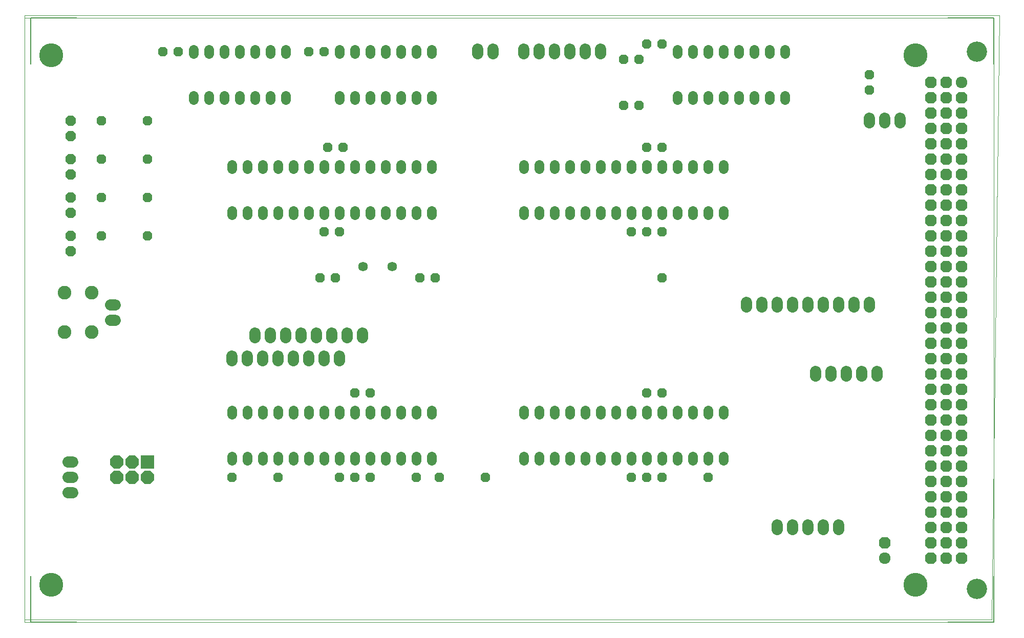
<source format=gts>
G75*
%MOIN*%
%OFA0B0*%
%FSLAX25Y25*%
%IPPOS*%
%LPD*%
%AMOC8*
5,1,8,0,0,1.08239X$1,22.5*
%
%ADD10C,0.00000*%
%ADD11C,0.00600*%
%ADD12C,0.07560*%
%ADD13OC8,0.07560*%
%ADD14C,0.13200*%
%ADD15C,0.15600*%
%ADD16C,0.06240*%
%ADD17OC8,0.06240*%
%ADD18C,0.07200*%
%ADD19C,0.06240*%
%ADD20R,0.08880X0.08880*%
%ADD21OC8,0.08880*%
%ADD22OC8,0.06652*%
%ADD23C,0.08880*%
D10*
X0048333Y0074200D02*
X0048333Y0468000D01*
X0679333Y0468000D01*
X0679333Y0074200D01*
X0048333Y0074200D01*
X0048333Y0076100D02*
X0048333Y0469801D01*
X0683255Y0469801D01*
X0678255Y0076100D01*
X0048333Y0076100D01*
X0059333Y0098600D02*
X0059335Y0098761D01*
X0059341Y0098921D01*
X0059351Y0099082D01*
X0059365Y0099242D01*
X0059383Y0099402D01*
X0059404Y0099561D01*
X0059430Y0099720D01*
X0059460Y0099878D01*
X0059493Y0100035D01*
X0059531Y0100192D01*
X0059572Y0100347D01*
X0059617Y0100501D01*
X0059666Y0100654D01*
X0059719Y0100806D01*
X0059775Y0100957D01*
X0059836Y0101106D01*
X0059899Y0101254D01*
X0059967Y0101400D01*
X0060038Y0101544D01*
X0060112Y0101686D01*
X0060190Y0101827D01*
X0060272Y0101965D01*
X0060357Y0102102D01*
X0060445Y0102236D01*
X0060537Y0102368D01*
X0060632Y0102498D01*
X0060730Y0102626D01*
X0060831Y0102751D01*
X0060935Y0102873D01*
X0061042Y0102993D01*
X0061152Y0103110D01*
X0061265Y0103225D01*
X0061381Y0103336D01*
X0061500Y0103445D01*
X0061621Y0103550D01*
X0061745Y0103653D01*
X0061871Y0103753D01*
X0061999Y0103849D01*
X0062130Y0103942D01*
X0062264Y0104032D01*
X0062399Y0104119D01*
X0062537Y0104202D01*
X0062676Y0104282D01*
X0062818Y0104358D01*
X0062961Y0104431D01*
X0063106Y0104500D01*
X0063253Y0104566D01*
X0063401Y0104628D01*
X0063551Y0104686D01*
X0063702Y0104741D01*
X0063855Y0104792D01*
X0064009Y0104839D01*
X0064164Y0104882D01*
X0064320Y0104921D01*
X0064476Y0104957D01*
X0064634Y0104988D01*
X0064792Y0105016D01*
X0064951Y0105040D01*
X0065111Y0105060D01*
X0065271Y0105076D01*
X0065431Y0105088D01*
X0065592Y0105096D01*
X0065753Y0105100D01*
X0065913Y0105100D01*
X0066074Y0105096D01*
X0066235Y0105088D01*
X0066395Y0105076D01*
X0066555Y0105060D01*
X0066715Y0105040D01*
X0066874Y0105016D01*
X0067032Y0104988D01*
X0067190Y0104957D01*
X0067346Y0104921D01*
X0067502Y0104882D01*
X0067657Y0104839D01*
X0067811Y0104792D01*
X0067964Y0104741D01*
X0068115Y0104686D01*
X0068265Y0104628D01*
X0068413Y0104566D01*
X0068560Y0104500D01*
X0068705Y0104431D01*
X0068848Y0104358D01*
X0068990Y0104282D01*
X0069129Y0104202D01*
X0069267Y0104119D01*
X0069402Y0104032D01*
X0069536Y0103942D01*
X0069667Y0103849D01*
X0069795Y0103753D01*
X0069921Y0103653D01*
X0070045Y0103550D01*
X0070166Y0103445D01*
X0070285Y0103336D01*
X0070401Y0103225D01*
X0070514Y0103110D01*
X0070624Y0102993D01*
X0070731Y0102873D01*
X0070835Y0102751D01*
X0070936Y0102626D01*
X0071034Y0102498D01*
X0071129Y0102368D01*
X0071221Y0102236D01*
X0071309Y0102102D01*
X0071394Y0101965D01*
X0071476Y0101827D01*
X0071554Y0101686D01*
X0071628Y0101544D01*
X0071699Y0101400D01*
X0071767Y0101254D01*
X0071830Y0101106D01*
X0071891Y0100957D01*
X0071947Y0100806D01*
X0072000Y0100654D01*
X0072049Y0100501D01*
X0072094Y0100347D01*
X0072135Y0100192D01*
X0072173Y0100035D01*
X0072206Y0099878D01*
X0072236Y0099720D01*
X0072262Y0099561D01*
X0072283Y0099402D01*
X0072301Y0099242D01*
X0072315Y0099082D01*
X0072325Y0098921D01*
X0072331Y0098761D01*
X0072333Y0098600D01*
X0072331Y0098439D01*
X0072325Y0098279D01*
X0072315Y0098118D01*
X0072301Y0097958D01*
X0072283Y0097798D01*
X0072262Y0097639D01*
X0072236Y0097480D01*
X0072206Y0097322D01*
X0072173Y0097165D01*
X0072135Y0097008D01*
X0072094Y0096853D01*
X0072049Y0096699D01*
X0072000Y0096546D01*
X0071947Y0096394D01*
X0071891Y0096243D01*
X0071830Y0096094D01*
X0071767Y0095946D01*
X0071699Y0095800D01*
X0071628Y0095656D01*
X0071554Y0095514D01*
X0071476Y0095373D01*
X0071394Y0095235D01*
X0071309Y0095098D01*
X0071221Y0094964D01*
X0071129Y0094832D01*
X0071034Y0094702D01*
X0070936Y0094574D01*
X0070835Y0094449D01*
X0070731Y0094327D01*
X0070624Y0094207D01*
X0070514Y0094090D01*
X0070401Y0093975D01*
X0070285Y0093864D01*
X0070166Y0093755D01*
X0070045Y0093650D01*
X0069921Y0093547D01*
X0069795Y0093447D01*
X0069667Y0093351D01*
X0069536Y0093258D01*
X0069402Y0093168D01*
X0069267Y0093081D01*
X0069129Y0092998D01*
X0068990Y0092918D01*
X0068848Y0092842D01*
X0068705Y0092769D01*
X0068560Y0092700D01*
X0068413Y0092634D01*
X0068265Y0092572D01*
X0068115Y0092514D01*
X0067964Y0092459D01*
X0067811Y0092408D01*
X0067657Y0092361D01*
X0067502Y0092318D01*
X0067346Y0092279D01*
X0067190Y0092243D01*
X0067032Y0092212D01*
X0066874Y0092184D01*
X0066715Y0092160D01*
X0066555Y0092140D01*
X0066395Y0092124D01*
X0066235Y0092112D01*
X0066074Y0092104D01*
X0065913Y0092100D01*
X0065753Y0092100D01*
X0065592Y0092104D01*
X0065431Y0092112D01*
X0065271Y0092124D01*
X0065111Y0092140D01*
X0064951Y0092160D01*
X0064792Y0092184D01*
X0064634Y0092212D01*
X0064476Y0092243D01*
X0064320Y0092279D01*
X0064164Y0092318D01*
X0064009Y0092361D01*
X0063855Y0092408D01*
X0063702Y0092459D01*
X0063551Y0092514D01*
X0063401Y0092572D01*
X0063253Y0092634D01*
X0063106Y0092700D01*
X0062961Y0092769D01*
X0062818Y0092842D01*
X0062676Y0092918D01*
X0062537Y0092998D01*
X0062399Y0093081D01*
X0062264Y0093168D01*
X0062130Y0093258D01*
X0061999Y0093351D01*
X0061871Y0093447D01*
X0061745Y0093547D01*
X0061621Y0093650D01*
X0061500Y0093755D01*
X0061381Y0093864D01*
X0061265Y0093975D01*
X0061152Y0094090D01*
X0061042Y0094207D01*
X0060935Y0094327D01*
X0060831Y0094449D01*
X0060730Y0094574D01*
X0060632Y0094702D01*
X0060537Y0094832D01*
X0060445Y0094964D01*
X0060357Y0095098D01*
X0060272Y0095235D01*
X0060190Y0095373D01*
X0060112Y0095514D01*
X0060038Y0095656D01*
X0059967Y0095800D01*
X0059899Y0095946D01*
X0059836Y0096094D01*
X0059775Y0096243D01*
X0059719Y0096394D01*
X0059666Y0096546D01*
X0059617Y0096699D01*
X0059572Y0096853D01*
X0059531Y0097008D01*
X0059493Y0097165D01*
X0059460Y0097322D01*
X0059430Y0097480D01*
X0059404Y0097639D01*
X0059383Y0097798D01*
X0059365Y0097958D01*
X0059351Y0098118D01*
X0059341Y0098279D01*
X0059335Y0098439D01*
X0059333Y0098600D01*
X0059333Y0443600D02*
X0059335Y0443761D01*
X0059341Y0443921D01*
X0059351Y0444082D01*
X0059365Y0444242D01*
X0059383Y0444402D01*
X0059404Y0444561D01*
X0059430Y0444720D01*
X0059460Y0444878D01*
X0059493Y0445035D01*
X0059531Y0445192D01*
X0059572Y0445347D01*
X0059617Y0445501D01*
X0059666Y0445654D01*
X0059719Y0445806D01*
X0059775Y0445957D01*
X0059836Y0446106D01*
X0059899Y0446254D01*
X0059967Y0446400D01*
X0060038Y0446544D01*
X0060112Y0446686D01*
X0060190Y0446827D01*
X0060272Y0446965D01*
X0060357Y0447102D01*
X0060445Y0447236D01*
X0060537Y0447368D01*
X0060632Y0447498D01*
X0060730Y0447626D01*
X0060831Y0447751D01*
X0060935Y0447873D01*
X0061042Y0447993D01*
X0061152Y0448110D01*
X0061265Y0448225D01*
X0061381Y0448336D01*
X0061500Y0448445D01*
X0061621Y0448550D01*
X0061745Y0448653D01*
X0061871Y0448753D01*
X0061999Y0448849D01*
X0062130Y0448942D01*
X0062264Y0449032D01*
X0062399Y0449119D01*
X0062537Y0449202D01*
X0062676Y0449282D01*
X0062818Y0449358D01*
X0062961Y0449431D01*
X0063106Y0449500D01*
X0063253Y0449566D01*
X0063401Y0449628D01*
X0063551Y0449686D01*
X0063702Y0449741D01*
X0063855Y0449792D01*
X0064009Y0449839D01*
X0064164Y0449882D01*
X0064320Y0449921D01*
X0064476Y0449957D01*
X0064634Y0449988D01*
X0064792Y0450016D01*
X0064951Y0450040D01*
X0065111Y0450060D01*
X0065271Y0450076D01*
X0065431Y0450088D01*
X0065592Y0450096D01*
X0065753Y0450100D01*
X0065913Y0450100D01*
X0066074Y0450096D01*
X0066235Y0450088D01*
X0066395Y0450076D01*
X0066555Y0450060D01*
X0066715Y0450040D01*
X0066874Y0450016D01*
X0067032Y0449988D01*
X0067190Y0449957D01*
X0067346Y0449921D01*
X0067502Y0449882D01*
X0067657Y0449839D01*
X0067811Y0449792D01*
X0067964Y0449741D01*
X0068115Y0449686D01*
X0068265Y0449628D01*
X0068413Y0449566D01*
X0068560Y0449500D01*
X0068705Y0449431D01*
X0068848Y0449358D01*
X0068990Y0449282D01*
X0069129Y0449202D01*
X0069267Y0449119D01*
X0069402Y0449032D01*
X0069536Y0448942D01*
X0069667Y0448849D01*
X0069795Y0448753D01*
X0069921Y0448653D01*
X0070045Y0448550D01*
X0070166Y0448445D01*
X0070285Y0448336D01*
X0070401Y0448225D01*
X0070514Y0448110D01*
X0070624Y0447993D01*
X0070731Y0447873D01*
X0070835Y0447751D01*
X0070936Y0447626D01*
X0071034Y0447498D01*
X0071129Y0447368D01*
X0071221Y0447236D01*
X0071309Y0447102D01*
X0071394Y0446965D01*
X0071476Y0446827D01*
X0071554Y0446686D01*
X0071628Y0446544D01*
X0071699Y0446400D01*
X0071767Y0446254D01*
X0071830Y0446106D01*
X0071891Y0445957D01*
X0071947Y0445806D01*
X0072000Y0445654D01*
X0072049Y0445501D01*
X0072094Y0445347D01*
X0072135Y0445192D01*
X0072173Y0445035D01*
X0072206Y0444878D01*
X0072236Y0444720D01*
X0072262Y0444561D01*
X0072283Y0444402D01*
X0072301Y0444242D01*
X0072315Y0444082D01*
X0072325Y0443921D01*
X0072331Y0443761D01*
X0072333Y0443600D01*
X0072331Y0443439D01*
X0072325Y0443279D01*
X0072315Y0443118D01*
X0072301Y0442958D01*
X0072283Y0442798D01*
X0072262Y0442639D01*
X0072236Y0442480D01*
X0072206Y0442322D01*
X0072173Y0442165D01*
X0072135Y0442008D01*
X0072094Y0441853D01*
X0072049Y0441699D01*
X0072000Y0441546D01*
X0071947Y0441394D01*
X0071891Y0441243D01*
X0071830Y0441094D01*
X0071767Y0440946D01*
X0071699Y0440800D01*
X0071628Y0440656D01*
X0071554Y0440514D01*
X0071476Y0440373D01*
X0071394Y0440235D01*
X0071309Y0440098D01*
X0071221Y0439964D01*
X0071129Y0439832D01*
X0071034Y0439702D01*
X0070936Y0439574D01*
X0070835Y0439449D01*
X0070731Y0439327D01*
X0070624Y0439207D01*
X0070514Y0439090D01*
X0070401Y0438975D01*
X0070285Y0438864D01*
X0070166Y0438755D01*
X0070045Y0438650D01*
X0069921Y0438547D01*
X0069795Y0438447D01*
X0069667Y0438351D01*
X0069536Y0438258D01*
X0069402Y0438168D01*
X0069267Y0438081D01*
X0069129Y0437998D01*
X0068990Y0437918D01*
X0068848Y0437842D01*
X0068705Y0437769D01*
X0068560Y0437700D01*
X0068413Y0437634D01*
X0068265Y0437572D01*
X0068115Y0437514D01*
X0067964Y0437459D01*
X0067811Y0437408D01*
X0067657Y0437361D01*
X0067502Y0437318D01*
X0067346Y0437279D01*
X0067190Y0437243D01*
X0067032Y0437212D01*
X0066874Y0437184D01*
X0066715Y0437160D01*
X0066555Y0437140D01*
X0066395Y0437124D01*
X0066235Y0437112D01*
X0066074Y0437104D01*
X0065913Y0437100D01*
X0065753Y0437100D01*
X0065592Y0437104D01*
X0065431Y0437112D01*
X0065271Y0437124D01*
X0065111Y0437140D01*
X0064951Y0437160D01*
X0064792Y0437184D01*
X0064634Y0437212D01*
X0064476Y0437243D01*
X0064320Y0437279D01*
X0064164Y0437318D01*
X0064009Y0437361D01*
X0063855Y0437408D01*
X0063702Y0437459D01*
X0063551Y0437514D01*
X0063401Y0437572D01*
X0063253Y0437634D01*
X0063106Y0437700D01*
X0062961Y0437769D01*
X0062818Y0437842D01*
X0062676Y0437918D01*
X0062537Y0437998D01*
X0062399Y0438081D01*
X0062264Y0438168D01*
X0062130Y0438258D01*
X0061999Y0438351D01*
X0061871Y0438447D01*
X0061745Y0438547D01*
X0061621Y0438650D01*
X0061500Y0438755D01*
X0061381Y0438864D01*
X0061265Y0438975D01*
X0061152Y0439090D01*
X0061042Y0439207D01*
X0060935Y0439327D01*
X0060831Y0439449D01*
X0060730Y0439574D01*
X0060632Y0439702D01*
X0060537Y0439832D01*
X0060445Y0439964D01*
X0060357Y0440098D01*
X0060272Y0440235D01*
X0060190Y0440373D01*
X0060112Y0440514D01*
X0060038Y0440656D01*
X0059967Y0440800D01*
X0059899Y0440946D01*
X0059836Y0441094D01*
X0059775Y0441243D01*
X0059719Y0441394D01*
X0059666Y0441546D01*
X0059617Y0441699D01*
X0059572Y0441853D01*
X0059531Y0442008D01*
X0059493Y0442165D01*
X0059460Y0442322D01*
X0059430Y0442480D01*
X0059404Y0442639D01*
X0059383Y0442798D01*
X0059365Y0442958D01*
X0059351Y0443118D01*
X0059341Y0443279D01*
X0059335Y0443439D01*
X0059333Y0443600D01*
X0621833Y0443600D02*
X0621835Y0443761D01*
X0621841Y0443921D01*
X0621851Y0444082D01*
X0621865Y0444242D01*
X0621883Y0444402D01*
X0621904Y0444561D01*
X0621930Y0444720D01*
X0621960Y0444878D01*
X0621993Y0445035D01*
X0622031Y0445192D01*
X0622072Y0445347D01*
X0622117Y0445501D01*
X0622166Y0445654D01*
X0622219Y0445806D01*
X0622275Y0445957D01*
X0622336Y0446106D01*
X0622399Y0446254D01*
X0622467Y0446400D01*
X0622538Y0446544D01*
X0622612Y0446686D01*
X0622690Y0446827D01*
X0622772Y0446965D01*
X0622857Y0447102D01*
X0622945Y0447236D01*
X0623037Y0447368D01*
X0623132Y0447498D01*
X0623230Y0447626D01*
X0623331Y0447751D01*
X0623435Y0447873D01*
X0623542Y0447993D01*
X0623652Y0448110D01*
X0623765Y0448225D01*
X0623881Y0448336D01*
X0624000Y0448445D01*
X0624121Y0448550D01*
X0624245Y0448653D01*
X0624371Y0448753D01*
X0624499Y0448849D01*
X0624630Y0448942D01*
X0624764Y0449032D01*
X0624899Y0449119D01*
X0625037Y0449202D01*
X0625176Y0449282D01*
X0625318Y0449358D01*
X0625461Y0449431D01*
X0625606Y0449500D01*
X0625753Y0449566D01*
X0625901Y0449628D01*
X0626051Y0449686D01*
X0626202Y0449741D01*
X0626355Y0449792D01*
X0626509Y0449839D01*
X0626664Y0449882D01*
X0626820Y0449921D01*
X0626976Y0449957D01*
X0627134Y0449988D01*
X0627292Y0450016D01*
X0627451Y0450040D01*
X0627611Y0450060D01*
X0627771Y0450076D01*
X0627931Y0450088D01*
X0628092Y0450096D01*
X0628253Y0450100D01*
X0628413Y0450100D01*
X0628574Y0450096D01*
X0628735Y0450088D01*
X0628895Y0450076D01*
X0629055Y0450060D01*
X0629215Y0450040D01*
X0629374Y0450016D01*
X0629532Y0449988D01*
X0629690Y0449957D01*
X0629846Y0449921D01*
X0630002Y0449882D01*
X0630157Y0449839D01*
X0630311Y0449792D01*
X0630464Y0449741D01*
X0630615Y0449686D01*
X0630765Y0449628D01*
X0630913Y0449566D01*
X0631060Y0449500D01*
X0631205Y0449431D01*
X0631348Y0449358D01*
X0631490Y0449282D01*
X0631629Y0449202D01*
X0631767Y0449119D01*
X0631902Y0449032D01*
X0632036Y0448942D01*
X0632167Y0448849D01*
X0632295Y0448753D01*
X0632421Y0448653D01*
X0632545Y0448550D01*
X0632666Y0448445D01*
X0632785Y0448336D01*
X0632901Y0448225D01*
X0633014Y0448110D01*
X0633124Y0447993D01*
X0633231Y0447873D01*
X0633335Y0447751D01*
X0633436Y0447626D01*
X0633534Y0447498D01*
X0633629Y0447368D01*
X0633721Y0447236D01*
X0633809Y0447102D01*
X0633894Y0446965D01*
X0633976Y0446827D01*
X0634054Y0446686D01*
X0634128Y0446544D01*
X0634199Y0446400D01*
X0634267Y0446254D01*
X0634330Y0446106D01*
X0634391Y0445957D01*
X0634447Y0445806D01*
X0634500Y0445654D01*
X0634549Y0445501D01*
X0634594Y0445347D01*
X0634635Y0445192D01*
X0634673Y0445035D01*
X0634706Y0444878D01*
X0634736Y0444720D01*
X0634762Y0444561D01*
X0634783Y0444402D01*
X0634801Y0444242D01*
X0634815Y0444082D01*
X0634825Y0443921D01*
X0634831Y0443761D01*
X0634833Y0443600D01*
X0634831Y0443439D01*
X0634825Y0443279D01*
X0634815Y0443118D01*
X0634801Y0442958D01*
X0634783Y0442798D01*
X0634762Y0442639D01*
X0634736Y0442480D01*
X0634706Y0442322D01*
X0634673Y0442165D01*
X0634635Y0442008D01*
X0634594Y0441853D01*
X0634549Y0441699D01*
X0634500Y0441546D01*
X0634447Y0441394D01*
X0634391Y0441243D01*
X0634330Y0441094D01*
X0634267Y0440946D01*
X0634199Y0440800D01*
X0634128Y0440656D01*
X0634054Y0440514D01*
X0633976Y0440373D01*
X0633894Y0440235D01*
X0633809Y0440098D01*
X0633721Y0439964D01*
X0633629Y0439832D01*
X0633534Y0439702D01*
X0633436Y0439574D01*
X0633335Y0439449D01*
X0633231Y0439327D01*
X0633124Y0439207D01*
X0633014Y0439090D01*
X0632901Y0438975D01*
X0632785Y0438864D01*
X0632666Y0438755D01*
X0632545Y0438650D01*
X0632421Y0438547D01*
X0632295Y0438447D01*
X0632167Y0438351D01*
X0632036Y0438258D01*
X0631902Y0438168D01*
X0631767Y0438081D01*
X0631629Y0437998D01*
X0631490Y0437918D01*
X0631348Y0437842D01*
X0631205Y0437769D01*
X0631060Y0437700D01*
X0630913Y0437634D01*
X0630765Y0437572D01*
X0630615Y0437514D01*
X0630464Y0437459D01*
X0630311Y0437408D01*
X0630157Y0437361D01*
X0630002Y0437318D01*
X0629846Y0437279D01*
X0629690Y0437243D01*
X0629532Y0437212D01*
X0629374Y0437184D01*
X0629215Y0437160D01*
X0629055Y0437140D01*
X0628895Y0437124D01*
X0628735Y0437112D01*
X0628574Y0437104D01*
X0628413Y0437100D01*
X0628253Y0437100D01*
X0628092Y0437104D01*
X0627931Y0437112D01*
X0627771Y0437124D01*
X0627611Y0437140D01*
X0627451Y0437160D01*
X0627292Y0437184D01*
X0627134Y0437212D01*
X0626976Y0437243D01*
X0626820Y0437279D01*
X0626664Y0437318D01*
X0626509Y0437361D01*
X0626355Y0437408D01*
X0626202Y0437459D01*
X0626051Y0437514D01*
X0625901Y0437572D01*
X0625753Y0437634D01*
X0625606Y0437700D01*
X0625461Y0437769D01*
X0625318Y0437842D01*
X0625176Y0437918D01*
X0625037Y0437998D01*
X0624899Y0438081D01*
X0624764Y0438168D01*
X0624630Y0438258D01*
X0624499Y0438351D01*
X0624371Y0438447D01*
X0624245Y0438547D01*
X0624121Y0438650D01*
X0624000Y0438755D01*
X0623881Y0438864D01*
X0623765Y0438975D01*
X0623652Y0439090D01*
X0623542Y0439207D01*
X0623435Y0439327D01*
X0623331Y0439449D01*
X0623230Y0439574D01*
X0623132Y0439702D01*
X0623037Y0439832D01*
X0622945Y0439964D01*
X0622857Y0440098D01*
X0622772Y0440235D01*
X0622690Y0440373D01*
X0622612Y0440514D01*
X0622538Y0440656D01*
X0622467Y0440800D01*
X0622399Y0440946D01*
X0622336Y0441094D01*
X0622275Y0441243D01*
X0622219Y0441394D01*
X0622166Y0441546D01*
X0622117Y0441699D01*
X0622072Y0441853D01*
X0622031Y0442008D01*
X0621993Y0442165D01*
X0621960Y0442322D01*
X0621930Y0442480D01*
X0621904Y0442639D01*
X0621883Y0442798D01*
X0621865Y0442958D01*
X0621851Y0443118D01*
X0621841Y0443279D01*
X0621835Y0443439D01*
X0621833Y0443600D01*
X0662833Y0446100D02*
X0662835Y0446248D01*
X0662841Y0446396D01*
X0662851Y0446544D01*
X0662865Y0446692D01*
X0662883Y0446839D01*
X0662905Y0446986D01*
X0662931Y0447132D01*
X0662960Y0447277D01*
X0662994Y0447422D01*
X0663032Y0447565D01*
X0663073Y0447708D01*
X0663118Y0447849D01*
X0663168Y0447989D01*
X0663220Y0448127D01*
X0663277Y0448265D01*
X0663337Y0448400D01*
X0663401Y0448534D01*
X0663468Y0448666D01*
X0663539Y0448796D01*
X0663614Y0448925D01*
X0663692Y0449051D01*
X0663773Y0449175D01*
X0663857Y0449297D01*
X0663945Y0449416D01*
X0664036Y0449533D01*
X0664130Y0449648D01*
X0664228Y0449760D01*
X0664328Y0449869D01*
X0664431Y0449976D01*
X0664537Y0450080D01*
X0664645Y0450181D01*
X0664757Y0450279D01*
X0664871Y0450374D01*
X0664987Y0450465D01*
X0665106Y0450554D01*
X0665227Y0450639D01*
X0665351Y0450721D01*
X0665477Y0450800D01*
X0665604Y0450875D01*
X0665734Y0450947D01*
X0665866Y0451016D01*
X0665999Y0451080D01*
X0666134Y0451141D01*
X0666271Y0451199D01*
X0666409Y0451253D01*
X0666549Y0451303D01*
X0666690Y0451349D01*
X0666832Y0451391D01*
X0666975Y0451430D01*
X0667119Y0451464D01*
X0667265Y0451495D01*
X0667410Y0451522D01*
X0667557Y0451545D01*
X0667704Y0451564D01*
X0667852Y0451579D01*
X0667999Y0451590D01*
X0668148Y0451597D01*
X0668296Y0451600D01*
X0668444Y0451599D01*
X0668592Y0451594D01*
X0668740Y0451585D01*
X0668888Y0451572D01*
X0669036Y0451555D01*
X0669182Y0451534D01*
X0669329Y0451509D01*
X0669474Y0451480D01*
X0669619Y0451448D01*
X0669762Y0451411D01*
X0669905Y0451371D01*
X0670047Y0451326D01*
X0670187Y0451278D01*
X0670326Y0451226D01*
X0670463Y0451171D01*
X0670599Y0451111D01*
X0670734Y0451048D01*
X0670866Y0450982D01*
X0670997Y0450912D01*
X0671126Y0450838D01*
X0671252Y0450761D01*
X0671377Y0450681D01*
X0671499Y0450597D01*
X0671620Y0450510D01*
X0671737Y0450420D01*
X0671853Y0450326D01*
X0671965Y0450230D01*
X0672075Y0450131D01*
X0672183Y0450028D01*
X0672287Y0449923D01*
X0672389Y0449815D01*
X0672487Y0449704D01*
X0672583Y0449591D01*
X0672676Y0449475D01*
X0672765Y0449357D01*
X0672851Y0449236D01*
X0672934Y0449113D01*
X0673014Y0448988D01*
X0673090Y0448861D01*
X0673163Y0448731D01*
X0673232Y0448600D01*
X0673297Y0448467D01*
X0673360Y0448333D01*
X0673418Y0448196D01*
X0673473Y0448058D01*
X0673523Y0447919D01*
X0673571Y0447778D01*
X0673614Y0447637D01*
X0673654Y0447494D01*
X0673689Y0447350D01*
X0673721Y0447205D01*
X0673749Y0447059D01*
X0673773Y0446913D01*
X0673793Y0446766D01*
X0673809Y0446618D01*
X0673821Y0446471D01*
X0673829Y0446322D01*
X0673833Y0446174D01*
X0673833Y0446026D01*
X0673829Y0445878D01*
X0673821Y0445729D01*
X0673809Y0445582D01*
X0673793Y0445434D01*
X0673773Y0445287D01*
X0673749Y0445141D01*
X0673721Y0444995D01*
X0673689Y0444850D01*
X0673654Y0444706D01*
X0673614Y0444563D01*
X0673571Y0444422D01*
X0673523Y0444281D01*
X0673473Y0444142D01*
X0673418Y0444004D01*
X0673360Y0443867D01*
X0673297Y0443733D01*
X0673232Y0443600D01*
X0673163Y0443469D01*
X0673090Y0443339D01*
X0673014Y0443212D01*
X0672934Y0443087D01*
X0672851Y0442964D01*
X0672765Y0442843D01*
X0672676Y0442725D01*
X0672583Y0442609D01*
X0672487Y0442496D01*
X0672389Y0442385D01*
X0672287Y0442277D01*
X0672183Y0442172D01*
X0672075Y0442069D01*
X0671965Y0441970D01*
X0671853Y0441874D01*
X0671737Y0441780D01*
X0671620Y0441690D01*
X0671499Y0441603D01*
X0671377Y0441519D01*
X0671252Y0441439D01*
X0671126Y0441362D01*
X0670997Y0441288D01*
X0670866Y0441218D01*
X0670734Y0441152D01*
X0670599Y0441089D01*
X0670463Y0441029D01*
X0670326Y0440974D01*
X0670187Y0440922D01*
X0670047Y0440874D01*
X0669905Y0440829D01*
X0669762Y0440789D01*
X0669619Y0440752D01*
X0669474Y0440720D01*
X0669329Y0440691D01*
X0669182Y0440666D01*
X0669036Y0440645D01*
X0668888Y0440628D01*
X0668740Y0440615D01*
X0668592Y0440606D01*
X0668444Y0440601D01*
X0668296Y0440600D01*
X0668148Y0440603D01*
X0667999Y0440610D01*
X0667852Y0440621D01*
X0667704Y0440636D01*
X0667557Y0440655D01*
X0667410Y0440678D01*
X0667265Y0440705D01*
X0667119Y0440736D01*
X0666975Y0440770D01*
X0666832Y0440809D01*
X0666690Y0440851D01*
X0666549Y0440897D01*
X0666409Y0440947D01*
X0666271Y0441001D01*
X0666134Y0441059D01*
X0665999Y0441120D01*
X0665866Y0441184D01*
X0665734Y0441253D01*
X0665604Y0441325D01*
X0665477Y0441400D01*
X0665351Y0441479D01*
X0665227Y0441561D01*
X0665106Y0441646D01*
X0664987Y0441735D01*
X0664871Y0441826D01*
X0664757Y0441921D01*
X0664645Y0442019D01*
X0664537Y0442120D01*
X0664431Y0442224D01*
X0664328Y0442331D01*
X0664228Y0442440D01*
X0664130Y0442552D01*
X0664036Y0442667D01*
X0663945Y0442784D01*
X0663857Y0442903D01*
X0663773Y0443025D01*
X0663692Y0443149D01*
X0663614Y0443275D01*
X0663539Y0443404D01*
X0663468Y0443534D01*
X0663401Y0443666D01*
X0663337Y0443800D01*
X0663277Y0443935D01*
X0663220Y0444073D01*
X0663168Y0444211D01*
X0663118Y0444351D01*
X0663073Y0444492D01*
X0663032Y0444635D01*
X0662994Y0444778D01*
X0662960Y0444923D01*
X0662931Y0445068D01*
X0662905Y0445214D01*
X0662883Y0445361D01*
X0662865Y0445508D01*
X0662851Y0445656D01*
X0662841Y0445804D01*
X0662835Y0445952D01*
X0662833Y0446100D01*
X0621833Y0098600D02*
X0621835Y0098761D01*
X0621841Y0098921D01*
X0621851Y0099082D01*
X0621865Y0099242D01*
X0621883Y0099402D01*
X0621904Y0099561D01*
X0621930Y0099720D01*
X0621960Y0099878D01*
X0621993Y0100035D01*
X0622031Y0100192D01*
X0622072Y0100347D01*
X0622117Y0100501D01*
X0622166Y0100654D01*
X0622219Y0100806D01*
X0622275Y0100957D01*
X0622336Y0101106D01*
X0622399Y0101254D01*
X0622467Y0101400D01*
X0622538Y0101544D01*
X0622612Y0101686D01*
X0622690Y0101827D01*
X0622772Y0101965D01*
X0622857Y0102102D01*
X0622945Y0102236D01*
X0623037Y0102368D01*
X0623132Y0102498D01*
X0623230Y0102626D01*
X0623331Y0102751D01*
X0623435Y0102873D01*
X0623542Y0102993D01*
X0623652Y0103110D01*
X0623765Y0103225D01*
X0623881Y0103336D01*
X0624000Y0103445D01*
X0624121Y0103550D01*
X0624245Y0103653D01*
X0624371Y0103753D01*
X0624499Y0103849D01*
X0624630Y0103942D01*
X0624764Y0104032D01*
X0624899Y0104119D01*
X0625037Y0104202D01*
X0625176Y0104282D01*
X0625318Y0104358D01*
X0625461Y0104431D01*
X0625606Y0104500D01*
X0625753Y0104566D01*
X0625901Y0104628D01*
X0626051Y0104686D01*
X0626202Y0104741D01*
X0626355Y0104792D01*
X0626509Y0104839D01*
X0626664Y0104882D01*
X0626820Y0104921D01*
X0626976Y0104957D01*
X0627134Y0104988D01*
X0627292Y0105016D01*
X0627451Y0105040D01*
X0627611Y0105060D01*
X0627771Y0105076D01*
X0627931Y0105088D01*
X0628092Y0105096D01*
X0628253Y0105100D01*
X0628413Y0105100D01*
X0628574Y0105096D01*
X0628735Y0105088D01*
X0628895Y0105076D01*
X0629055Y0105060D01*
X0629215Y0105040D01*
X0629374Y0105016D01*
X0629532Y0104988D01*
X0629690Y0104957D01*
X0629846Y0104921D01*
X0630002Y0104882D01*
X0630157Y0104839D01*
X0630311Y0104792D01*
X0630464Y0104741D01*
X0630615Y0104686D01*
X0630765Y0104628D01*
X0630913Y0104566D01*
X0631060Y0104500D01*
X0631205Y0104431D01*
X0631348Y0104358D01*
X0631490Y0104282D01*
X0631629Y0104202D01*
X0631767Y0104119D01*
X0631902Y0104032D01*
X0632036Y0103942D01*
X0632167Y0103849D01*
X0632295Y0103753D01*
X0632421Y0103653D01*
X0632545Y0103550D01*
X0632666Y0103445D01*
X0632785Y0103336D01*
X0632901Y0103225D01*
X0633014Y0103110D01*
X0633124Y0102993D01*
X0633231Y0102873D01*
X0633335Y0102751D01*
X0633436Y0102626D01*
X0633534Y0102498D01*
X0633629Y0102368D01*
X0633721Y0102236D01*
X0633809Y0102102D01*
X0633894Y0101965D01*
X0633976Y0101827D01*
X0634054Y0101686D01*
X0634128Y0101544D01*
X0634199Y0101400D01*
X0634267Y0101254D01*
X0634330Y0101106D01*
X0634391Y0100957D01*
X0634447Y0100806D01*
X0634500Y0100654D01*
X0634549Y0100501D01*
X0634594Y0100347D01*
X0634635Y0100192D01*
X0634673Y0100035D01*
X0634706Y0099878D01*
X0634736Y0099720D01*
X0634762Y0099561D01*
X0634783Y0099402D01*
X0634801Y0099242D01*
X0634815Y0099082D01*
X0634825Y0098921D01*
X0634831Y0098761D01*
X0634833Y0098600D01*
X0634831Y0098439D01*
X0634825Y0098279D01*
X0634815Y0098118D01*
X0634801Y0097958D01*
X0634783Y0097798D01*
X0634762Y0097639D01*
X0634736Y0097480D01*
X0634706Y0097322D01*
X0634673Y0097165D01*
X0634635Y0097008D01*
X0634594Y0096853D01*
X0634549Y0096699D01*
X0634500Y0096546D01*
X0634447Y0096394D01*
X0634391Y0096243D01*
X0634330Y0096094D01*
X0634267Y0095946D01*
X0634199Y0095800D01*
X0634128Y0095656D01*
X0634054Y0095514D01*
X0633976Y0095373D01*
X0633894Y0095235D01*
X0633809Y0095098D01*
X0633721Y0094964D01*
X0633629Y0094832D01*
X0633534Y0094702D01*
X0633436Y0094574D01*
X0633335Y0094449D01*
X0633231Y0094327D01*
X0633124Y0094207D01*
X0633014Y0094090D01*
X0632901Y0093975D01*
X0632785Y0093864D01*
X0632666Y0093755D01*
X0632545Y0093650D01*
X0632421Y0093547D01*
X0632295Y0093447D01*
X0632167Y0093351D01*
X0632036Y0093258D01*
X0631902Y0093168D01*
X0631767Y0093081D01*
X0631629Y0092998D01*
X0631490Y0092918D01*
X0631348Y0092842D01*
X0631205Y0092769D01*
X0631060Y0092700D01*
X0630913Y0092634D01*
X0630765Y0092572D01*
X0630615Y0092514D01*
X0630464Y0092459D01*
X0630311Y0092408D01*
X0630157Y0092361D01*
X0630002Y0092318D01*
X0629846Y0092279D01*
X0629690Y0092243D01*
X0629532Y0092212D01*
X0629374Y0092184D01*
X0629215Y0092160D01*
X0629055Y0092140D01*
X0628895Y0092124D01*
X0628735Y0092112D01*
X0628574Y0092104D01*
X0628413Y0092100D01*
X0628253Y0092100D01*
X0628092Y0092104D01*
X0627931Y0092112D01*
X0627771Y0092124D01*
X0627611Y0092140D01*
X0627451Y0092160D01*
X0627292Y0092184D01*
X0627134Y0092212D01*
X0626976Y0092243D01*
X0626820Y0092279D01*
X0626664Y0092318D01*
X0626509Y0092361D01*
X0626355Y0092408D01*
X0626202Y0092459D01*
X0626051Y0092514D01*
X0625901Y0092572D01*
X0625753Y0092634D01*
X0625606Y0092700D01*
X0625461Y0092769D01*
X0625318Y0092842D01*
X0625176Y0092918D01*
X0625037Y0092998D01*
X0624899Y0093081D01*
X0624764Y0093168D01*
X0624630Y0093258D01*
X0624499Y0093351D01*
X0624371Y0093447D01*
X0624245Y0093547D01*
X0624121Y0093650D01*
X0624000Y0093755D01*
X0623881Y0093864D01*
X0623765Y0093975D01*
X0623652Y0094090D01*
X0623542Y0094207D01*
X0623435Y0094327D01*
X0623331Y0094449D01*
X0623230Y0094574D01*
X0623132Y0094702D01*
X0623037Y0094832D01*
X0622945Y0094964D01*
X0622857Y0095098D01*
X0622772Y0095235D01*
X0622690Y0095373D01*
X0622612Y0095514D01*
X0622538Y0095656D01*
X0622467Y0095800D01*
X0622399Y0095946D01*
X0622336Y0096094D01*
X0622275Y0096243D01*
X0622219Y0096394D01*
X0622166Y0096546D01*
X0622117Y0096699D01*
X0622072Y0096853D01*
X0622031Y0097008D01*
X0621993Y0097165D01*
X0621960Y0097322D01*
X0621930Y0097480D01*
X0621904Y0097639D01*
X0621883Y0097798D01*
X0621865Y0097958D01*
X0621851Y0098118D01*
X0621841Y0098279D01*
X0621835Y0098439D01*
X0621833Y0098600D01*
X0662833Y0096100D02*
X0662835Y0096248D01*
X0662841Y0096396D01*
X0662851Y0096544D01*
X0662865Y0096692D01*
X0662883Y0096839D01*
X0662905Y0096986D01*
X0662931Y0097132D01*
X0662960Y0097277D01*
X0662994Y0097422D01*
X0663032Y0097565D01*
X0663073Y0097708D01*
X0663118Y0097849D01*
X0663168Y0097989D01*
X0663220Y0098127D01*
X0663277Y0098265D01*
X0663337Y0098400D01*
X0663401Y0098534D01*
X0663468Y0098666D01*
X0663539Y0098796D01*
X0663614Y0098925D01*
X0663692Y0099051D01*
X0663773Y0099175D01*
X0663857Y0099297D01*
X0663945Y0099416D01*
X0664036Y0099533D01*
X0664130Y0099648D01*
X0664228Y0099760D01*
X0664328Y0099869D01*
X0664431Y0099976D01*
X0664537Y0100080D01*
X0664645Y0100181D01*
X0664757Y0100279D01*
X0664871Y0100374D01*
X0664987Y0100465D01*
X0665106Y0100554D01*
X0665227Y0100639D01*
X0665351Y0100721D01*
X0665477Y0100800D01*
X0665604Y0100875D01*
X0665734Y0100947D01*
X0665866Y0101016D01*
X0665999Y0101080D01*
X0666134Y0101141D01*
X0666271Y0101199D01*
X0666409Y0101253D01*
X0666549Y0101303D01*
X0666690Y0101349D01*
X0666832Y0101391D01*
X0666975Y0101430D01*
X0667119Y0101464D01*
X0667265Y0101495D01*
X0667410Y0101522D01*
X0667557Y0101545D01*
X0667704Y0101564D01*
X0667852Y0101579D01*
X0667999Y0101590D01*
X0668148Y0101597D01*
X0668296Y0101600D01*
X0668444Y0101599D01*
X0668592Y0101594D01*
X0668740Y0101585D01*
X0668888Y0101572D01*
X0669036Y0101555D01*
X0669182Y0101534D01*
X0669329Y0101509D01*
X0669474Y0101480D01*
X0669619Y0101448D01*
X0669762Y0101411D01*
X0669905Y0101371D01*
X0670047Y0101326D01*
X0670187Y0101278D01*
X0670326Y0101226D01*
X0670463Y0101171D01*
X0670599Y0101111D01*
X0670734Y0101048D01*
X0670866Y0100982D01*
X0670997Y0100912D01*
X0671126Y0100838D01*
X0671252Y0100761D01*
X0671377Y0100681D01*
X0671499Y0100597D01*
X0671620Y0100510D01*
X0671737Y0100420D01*
X0671853Y0100326D01*
X0671965Y0100230D01*
X0672075Y0100131D01*
X0672183Y0100028D01*
X0672287Y0099923D01*
X0672389Y0099815D01*
X0672487Y0099704D01*
X0672583Y0099591D01*
X0672676Y0099475D01*
X0672765Y0099357D01*
X0672851Y0099236D01*
X0672934Y0099113D01*
X0673014Y0098988D01*
X0673090Y0098861D01*
X0673163Y0098731D01*
X0673232Y0098600D01*
X0673297Y0098467D01*
X0673360Y0098333D01*
X0673418Y0098196D01*
X0673473Y0098058D01*
X0673523Y0097919D01*
X0673571Y0097778D01*
X0673614Y0097637D01*
X0673654Y0097494D01*
X0673689Y0097350D01*
X0673721Y0097205D01*
X0673749Y0097059D01*
X0673773Y0096913D01*
X0673793Y0096766D01*
X0673809Y0096618D01*
X0673821Y0096471D01*
X0673829Y0096322D01*
X0673833Y0096174D01*
X0673833Y0096026D01*
X0673829Y0095878D01*
X0673821Y0095729D01*
X0673809Y0095582D01*
X0673793Y0095434D01*
X0673773Y0095287D01*
X0673749Y0095141D01*
X0673721Y0094995D01*
X0673689Y0094850D01*
X0673654Y0094706D01*
X0673614Y0094563D01*
X0673571Y0094422D01*
X0673523Y0094281D01*
X0673473Y0094142D01*
X0673418Y0094004D01*
X0673360Y0093867D01*
X0673297Y0093733D01*
X0673232Y0093600D01*
X0673163Y0093469D01*
X0673090Y0093339D01*
X0673014Y0093212D01*
X0672934Y0093087D01*
X0672851Y0092964D01*
X0672765Y0092843D01*
X0672676Y0092725D01*
X0672583Y0092609D01*
X0672487Y0092496D01*
X0672389Y0092385D01*
X0672287Y0092277D01*
X0672183Y0092172D01*
X0672075Y0092069D01*
X0671965Y0091970D01*
X0671853Y0091874D01*
X0671737Y0091780D01*
X0671620Y0091690D01*
X0671499Y0091603D01*
X0671377Y0091519D01*
X0671252Y0091439D01*
X0671126Y0091362D01*
X0670997Y0091288D01*
X0670866Y0091218D01*
X0670734Y0091152D01*
X0670599Y0091089D01*
X0670463Y0091029D01*
X0670326Y0090974D01*
X0670187Y0090922D01*
X0670047Y0090874D01*
X0669905Y0090829D01*
X0669762Y0090789D01*
X0669619Y0090752D01*
X0669474Y0090720D01*
X0669329Y0090691D01*
X0669182Y0090666D01*
X0669036Y0090645D01*
X0668888Y0090628D01*
X0668740Y0090615D01*
X0668592Y0090606D01*
X0668444Y0090601D01*
X0668296Y0090600D01*
X0668148Y0090603D01*
X0667999Y0090610D01*
X0667852Y0090621D01*
X0667704Y0090636D01*
X0667557Y0090655D01*
X0667410Y0090678D01*
X0667265Y0090705D01*
X0667119Y0090736D01*
X0666975Y0090770D01*
X0666832Y0090809D01*
X0666690Y0090851D01*
X0666549Y0090897D01*
X0666409Y0090947D01*
X0666271Y0091001D01*
X0666134Y0091059D01*
X0665999Y0091120D01*
X0665866Y0091184D01*
X0665734Y0091253D01*
X0665604Y0091325D01*
X0665477Y0091400D01*
X0665351Y0091479D01*
X0665227Y0091561D01*
X0665106Y0091646D01*
X0664987Y0091735D01*
X0664871Y0091826D01*
X0664757Y0091921D01*
X0664645Y0092019D01*
X0664537Y0092120D01*
X0664431Y0092224D01*
X0664328Y0092331D01*
X0664228Y0092440D01*
X0664130Y0092552D01*
X0664036Y0092667D01*
X0663945Y0092784D01*
X0663857Y0092903D01*
X0663773Y0093025D01*
X0663692Y0093149D01*
X0663614Y0093275D01*
X0663539Y0093404D01*
X0663468Y0093534D01*
X0663401Y0093666D01*
X0663337Y0093800D01*
X0663277Y0093935D01*
X0663220Y0094073D01*
X0663168Y0094211D01*
X0663118Y0094351D01*
X0663073Y0094492D01*
X0663032Y0094635D01*
X0662994Y0094778D01*
X0662960Y0094923D01*
X0662931Y0095068D01*
X0662905Y0095214D01*
X0662883Y0095361D01*
X0662865Y0095508D01*
X0662851Y0095656D01*
X0662841Y0095804D01*
X0662835Y0095952D01*
X0662833Y0096100D01*
D11*
X0679333Y0104200D02*
X0679333Y0074200D01*
X0649333Y0074200D01*
X0679333Y0438000D02*
X0679333Y0468000D01*
X0649333Y0468000D01*
X0082333Y0468000D02*
X0052333Y0468000D01*
X0052333Y0438000D01*
X0052333Y0104200D02*
X0052333Y0074200D01*
X0082333Y0074200D01*
D12*
X0608333Y0116100D03*
X0658333Y0426100D03*
D13*
X0648333Y0426100D03*
X0638333Y0426100D03*
X0638333Y0416100D03*
X0638333Y0406100D03*
X0638333Y0396100D03*
X0638333Y0386100D03*
X0638333Y0376100D03*
X0638333Y0366100D03*
X0638333Y0356100D03*
X0638333Y0346100D03*
X0638333Y0336100D03*
X0638333Y0326100D03*
X0638333Y0316100D03*
X0638333Y0306100D03*
X0638333Y0296100D03*
X0638333Y0286100D03*
X0638333Y0276100D03*
X0638333Y0266100D03*
X0638333Y0256100D03*
X0638333Y0246100D03*
X0638333Y0236100D03*
X0638333Y0226100D03*
X0638333Y0216100D03*
X0638333Y0206100D03*
X0638333Y0196100D03*
X0638333Y0186100D03*
X0638333Y0176100D03*
X0638333Y0166100D03*
X0638333Y0156100D03*
X0638333Y0146100D03*
X0638333Y0136100D03*
X0638333Y0126100D03*
X0638333Y0116100D03*
X0648333Y0116100D03*
X0658333Y0116100D03*
X0658333Y0126100D03*
X0648333Y0126100D03*
X0648333Y0136100D03*
X0648333Y0146100D03*
X0658333Y0146100D03*
X0658333Y0136100D03*
X0658333Y0156100D03*
X0648333Y0156100D03*
X0648333Y0166100D03*
X0658333Y0166100D03*
X0658333Y0176100D03*
X0648333Y0176100D03*
X0648333Y0186100D03*
X0658333Y0186100D03*
X0658333Y0196100D03*
X0648333Y0196100D03*
X0648333Y0206100D03*
X0648333Y0216100D03*
X0658333Y0216100D03*
X0658333Y0206100D03*
X0658333Y0226100D03*
X0648333Y0226100D03*
X0648333Y0236100D03*
X0658333Y0236100D03*
X0658333Y0246100D03*
X0648333Y0246100D03*
X0648333Y0256100D03*
X0658333Y0256100D03*
X0658333Y0266100D03*
X0648333Y0266100D03*
X0648333Y0276100D03*
X0658333Y0276100D03*
X0658333Y0286100D03*
X0648333Y0286100D03*
X0648333Y0296100D03*
X0658333Y0296100D03*
X0658333Y0306100D03*
X0648333Y0306100D03*
X0648333Y0316100D03*
X0658333Y0316100D03*
X0658333Y0326100D03*
X0648333Y0326100D03*
X0648333Y0336100D03*
X0658333Y0336100D03*
X0658333Y0346100D03*
X0648333Y0346100D03*
X0648333Y0356100D03*
X0658333Y0356100D03*
X0658333Y0366100D03*
X0648333Y0366100D03*
X0648333Y0376100D03*
X0658333Y0376100D03*
X0658333Y0386100D03*
X0648333Y0386100D03*
X0648333Y0396100D03*
X0648333Y0406100D03*
X0658333Y0406100D03*
X0658333Y0396100D03*
X0658333Y0416100D03*
X0648333Y0416100D03*
X0608333Y0126100D03*
D14*
X0668333Y0096100D03*
X0668333Y0446100D03*
D15*
X0628333Y0443600D03*
X0628333Y0098600D03*
X0065833Y0098600D03*
X0065833Y0443600D03*
D16*
X0268833Y0306100D03*
X0287833Y0306100D03*
D17*
X0305833Y0298600D03*
X0315833Y0298600D03*
X0250833Y0298600D03*
X0240833Y0298600D03*
X0243333Y0328600D03*
X0253333Y0328600D03*
X0255833Y0383600D03*
X0245833Y0383600D03*
X0243333Y0446100D03*
X0233333Y0446100D03*
X0148333Y0446100D03*
X0138333Y0446100D03*
X0128333Y0401100D03*
X0128333Y0376100D03*
X0128333Y0351100D03*
X0128333Y0326100D03*
X0098333Y0326100D03*
X0098333Y0351100D03*
X0098333Y0376100D03*
X0098333Y0401100D03*
X0263333Y0223600D03*
X0273333Y0223600D03*
X0273333Y0168600D03*
X0263333Y0168600D03*
X0253333Y0168600D03*
X0213333Y0168600D03*
X0183333Y0168600D03*
X0303333Y0168600D03*
X0318333Y0168600D03*
X0348333Y0168600D03*
X0443333Y0168600D03*
X0453333Y0168600D03*
X0463333Y0168600D03*
X0493333Y0168600D03*
X0463333Y0223600D03*
X0453333Y0223600D03*
X0463333Y0298600D03*
X0463333Y0328600D03*
X0453333Y0328600D03*
X0443333Y0328600D03*
X0453333Y0383600D03*
X0463333Y0383600D03*
X0448333Y0411100D03*
X0438333Y0411100D03*
X0438333Y0441100D03*
X0448333Y0441100D03*
X0453333Y0451100D03*
X0463333Y0451100D03*
X0598333Y0431100D03*
X0598333Y0421100D03*
D18*
X0598333Y0402600D02*
X0598333Y0399600D01*
X0608333Y0399600D02*
X0608333Y0402600D01*
X0618333Y0402600D02*
X0618333Y0399600D01*
X0598333Y0282600D02*
X0598333Y0279600D01*
X0588333Y0279600D02*
X0588333Y0282600D01*
X0578333Y0282600D02*
X0578333Y0279600D01*
X0568333Y0279600D02*
X0568333Y0282600D01*
X0558333Y0282600D02*
X0558333Y0279600D01*
X0548333Y0279600D02*
X0548333Y0282600D01*
X0538333Y0282600D02*
X0538333Y0279600D01*
X0528333Y0279600D02*
X0528333Y0282600D01*
X0518333Y0282600D02*
X0518333Y0279600D01*
X0563333Y0237600D02*
X0563333Y0234600D01*
X0573333Y0234600D02*
X0573333Y0237600D01*
X0583333Y0237600D02*
X0583333Y0234600D01*
X0593333Y0234600D02*
X0593333Y0237600D01*
X0603333Y0237600D02*
X0603333Y0234600D01*
X0578333Y0137600D02*
X0578333Y0134600D01*
X0568333Y0134600D02*
X0568333Y0137600D01*
X0558333Y0137600D02*
X0558333Y0134600D01*
X0548333Y0134600D02*
X0548333Y0137600D01*
X0538333Y0137600D02*
X0538333Y0134600D01*
X0268333Y0259600D02*
X0268333Y0262600D01*
X0258333Y0262600D02*
X0258333Y0259600D01*
X0248333Y0259600D02*
X0248333Y0262600D01*
X0238333Y0262600D02*
X0238333Y0259600D01*
X0228333Y0259600D02*
X0228333Y0262600D01*
X0218333Y0262600D02*
X0218333Y0259600D01*
X0208333Y0259600D02*
X0208333Y0262600D01*
X0198333Y0262600D02*
X0198333Y0259600D01*
X0193333Y0247600D02*
X0193333Y0244600D01*
X0203333Y0244600D02*
X0203333Y0247600D01*
X0213333Y0247600D02*
X0213333Y0244600D01*
X0223333Y0244600D02*
X0223333Y0247600D01*
X0233333Y0247600D02*
X0233333Y0244600D01*
X0243333Y0244600D02*
X0243333Y0247600D01*
X0253333Y0247600D02*
X0253333Y0244600D01*
X0183333Y0244600D02*
X0183333Y0247600D01*
X0107333Y0271100D02*
X0104333Y0271100D01*
X0104333Y0281100D02*
X0107333Y0281100D01*
X0079833Y0178600D02*
X0076833Y0178600D01*
X0076833Y0168600D02*
X0079833Y0168600D01*
X0079833Y0158600D02*
X0076833Y0158600D01*
X0343333Y0444600D02*
X0343333Y0447600D01*
X0353333Y0447600D02*
X0353333Y0444600D01*
X0373333Y0444600D02*
X0373333Y0447600D01*
X0383333Y0447600D02*
X0383333Y0444600D01*
X0393333Y0444600D02*
X0393333Y0447600D01*
X0403333Y0447600D02*
X0403333Y0444600D01*
X0413333Y0444600D02*
X0413333Y0447600D01*
X0423333Y0447600D02*
X0423333Y0444600D01*
D19*
X0473333Y0444800D02*
X0473333Y0447400D01*
X0483333Y0447400D02*
X0483333Y0444800D01*
X0493333Y0444800D02*
X0493333Y0447400D01*
X0503333Y0447400D02*
X0503333Y0444800D01*
X0513333Y0444800D02*
X0513333Y0447400D01*
X0523333Y0447400D02*
X0523333Y0444800D01*
X0533333Y0444800D02*
X0533333Y0447400D01*
X0543333Y0447400D02*
X0543333Y0444800D01*
X0543333Y0417400D02*
X0543333Y0414800D01*
X0533333Y0414800D02*
X0533333Y0417400D01*
X0523333Y0417400D02*
X0523333Y0414800D01*
X0513333Y0414800D02*
X0513333Y0417400D01*
X0503333Y0417400D02*
X0503333Y0414800D01*
X0493333Y0414800D02*
X0493333Y0417400D01*
X0483333Y0417400D02*
X0483333Y0414800D01*
X0473333Y0414800D02*
X0473333Y0417400D01*
X0473333Y0372400D02*
X0473333Y0369800D01*
X0463333Y0369800D02*
X0463333Y0372400D01*
X0453333Y0372400D02*
X0453333Y0369800D01*
X0443333Y0369800D02*
X0443333Y0372400D01*
X0433333Y0372400D02*
X0433333Y0369800D01*
X0423333Y0369800D02*
X0423333Y0372400D01*
X0413333Y0372400D02*
X0413333Y0369800D01*
X0403333Y0369800D02*
X0403333Y0372400D01*
X0393333Y0372400D02*
X0393333Y0369800D01*
X0383333Y0369800D02*
X0383333Y0372400D01*
X0373333Y0372400D02*
X0373333Y0369800D01*
X0373333Y0342400D02*
X0373333Y0339800D01*
X0383333Y0339800D02*
X0383333Y0342400D01*
X0393333Y0342400D02*
X0393333Y0339800D01*
X0403333Y0339800D02*
X0403333Y0342400D01*
X0413333Y0342400D02*
X0413333Y0339800D01*
X0423333Y0339800D02*
X0423333Y0342400D01*
X0433333Y0342400D02*
X0433333Y0339800D01*
X0443333Y0339800D02*
X0443333Y0342400D01*
X0453333Y0342400D02*
X0453333Y0339800D01*
X0463333Y0339800D02*
X0463333Y0342400D01*
X0473333Y0342400D02*
X0473333Y0339800D01*
X0483333Y0339800D02*
X0483333Y0342400D01*
X0493333Y0342400D02*
X0493333Y0339800D01*
X0503333Y0339800D02*
X0503333Y0342400D01*
X0503333Y0369800D02*
X0503333Y0372400D01*
X0493333Y0372400D02*
X0493333Y0369800D01*
X0483333Y0369800D02*
X0483333Y0372400D01*
X0313333Y0372400D02*
X0313333Y0369800D01*
X0303333Y0369800D02*
X0303333Y0372400D01*
X0293333Y0372400D02*
X0293333Y0369800D01*
X0283333Y0369800D02*
X0283333Y0372400D01*
X0273333Y0372400D02*
X0273333Y0369800D01*
X0263333Y0369800D02*
X0263333Y0372400D01*
X0253333Y0372400D02*
X0253333Y0369800D01*
X0243333Y0369800D02*
X0243333Y0372400D01*
X0233333Y0372400D02*
X0233333Y0369800D01*
X0223333Y0369800D02*
X0223333Y0372400D01*
X0213333Y0372400D02*
X0213333Y0369800D01*
X0203333Y0369800D02*
X0203333Y0372400D01*
X0193333Y0372400D02*
X0193333Y0369800D01*
X0183333Y0369800D02*
X0183333Y0372400D01*
X0183333Y0342400D02*
X0183333Y0339800D01*
X0193333Y0339800D02*
X0193333Y0342400D01*
X0203333Y0342400D02*
X0203333Y0339800D01*
X0213333Y0339800D02*
X0213333Y0342400D01*
X0223333Y0342400D02*
X0223333Y0339800D01*
X0233333Y0339800D02*
X0233333Y0342400D01*
X0243333Y0342400D02*
X0243333Y0339800D01*
X0253333Y0339800D02*
X0253333Y0342400D01*
X0263333Y0342400D02*
X0263333Y0339800D01*
X0273333Y0339800D02*
X0273333Y0342400D01*
X0283333Y0342400D02*
X0283333Y0339800D01*
X0293333Y0339800D02*
X0293333Y0342400D01*
X0303333Y0342400D02*
X0303333Y0339800D01*
X0313333Y0339800D02*
X0313333Y0342400D01*
X0313333Y0414800D02*
X0313333Y0417400D01*
X0303333Y0417400D02*
X0303333Y0414800D01*
X0293333Y0414800D02*
X0293333Y0417400D01*
X0283333Y0417400D02*
X0283333Y0414800D01*
X0273333Y0414800D02*
X0273333Y0417400D01*
X0263333Y0417400D02*
X0263333Y0414800D01*
X0253333Y0414800D02*
X0253333Y0417400D01*
X0218333Y0417400D02*
X0218333Y0414800D01*
X0208333Y0414800D02*
X0208333Y0417400D01*
X0198333Y0417400D02*
X0198333Y0414800D01*
X0188333Y0414800D02*
X0188333Y0417400D01*
X0178333Y0417400D02*
X0178333Y0414800D01*
X0168333Y0414800D02*
X0168333Y0417400D01*
X0158333Y0417400D02*
X0158333Y0414800D01*
X0158333Y0444800D02*
X0158333Y0447400D01*
X0168333Y0447400D02*
X0168333Y0444800D01*
X0178333Y0444800D02*
X0178333Y0447400D01*
X0188333Y0447400D02*
X0188333Y0444800D01*
X0198333Y0444800D02*
X0198333Y0447400D01*
X0208333Y0447400D02*
X0208333Y0444800D01*
X0218333Y0444800D02*
X0218333Y0447400D01*
X0253333Y0447400D02*
X0253333Y0444800D01*
X0263333Y0444800D02*
X0263333Y0447400D01*
X0273333Y0447400D02*
X0273333Y0444800D01*
X0283333Y0444800D02*
X0283333Y0447400D01*
X0293333Y0447400D02*
X0293333Y0444800D01*
X0303333Y0444800D02*
X0303333Y0447400D01*
X0313333Y0447400D02*
X0313333Y0444800D01*
X0313333Y0212400D02*
X0313333Y0209800D01*
X0303333Y0209800D02*
X0303333Y0212400D01*
X0293333Y0212400D02*
X0293333Y0209800D01*
X0283333Y0209800D02*
X0283333Y0212400D01*
X0273333Y0212400D02*
X0273333Y0209800D01*
X0263333Y0209800D02*
X0263333Y0212400D01*
X0253333Y0212400D02*
X0253333Y0209800D01*
X0243333Y0209800D02*
X0243333Y0212400D01*
X0233333Y0212400D02*
X0233333Y0209800D01*
X0223333Y0209800D02*
X0223333Y0212400D01*
X0213333Y0212400D02*
X0213333Y0209800D01*
X0203333Y0209800D02*
X0203333Y0212400D01*
X0193333Y0212400D02*
X0193333Y0209800D01*
X0183333Y0209800D02*
X0183333Y0212400D01*
X0183333Y0182400D02*
X0183333Y0179800D01*
X0193333Y0179800D02*
X0193333Y0182400D01*
X0203333Y0182400D02*
X0203333Y0179800D01*
X0213333Y0179800D02*
X0213333Y0182400D01*
X0223333Y0182400D02*
X0223333Y0179800D01*
X0233333Y0179800D02*
X0233333Y0182400D01*
X0243333Y0182400D02*
X0243333Y0179800D01*
X0253333Y0179800D02*
X0253333Y0182400D01*
X0263333Y0182400D02*
X0263333Y0179800D01*
X0273333Y0179800D02*
X0273333Y0182400D01*
X0283333Y0182400D02*
X0283333Y0179800D01*
X0293333Y0179800D02*
X0293333Y0182400D01*
X0303333Y0182400D02*
X0303333Y0179800D01*
X0313333Y0179800D02*
X0313333Y0182400D01*
X0373333Y0182400D02*
X0373333Y0179800D01*
X0383333Y0179800D02*
X0383333Y0182400D01*
X0393333Y0182400D02*
X0393333Y0179800D01*
X0403333Y0179800D02*
X0403333Y0182400D01*
X0413333Y0182400D02*
X0413333Y0179800D01*
X0423333Y0179800D02*
X0423333Y0182400D01*
X0433333Y0182400D02*
X0433333Y0179800D01*
X0443333Y0179800D02*
X0443333Y0182400D01*
X0453333Y0182400D02*
X0453333Y0179800D01*
X0463333Y0179800D02*
X0463333Y0182400D01*
X0473333Y0182400D02*
X0473333Y0179800D01*
X0483333Y0179800D02*
X0483333Y0182400D01*
X0493333Y0182400D02*
X0493333Y0179800D01*
X0503333Y0179800D02*
X0503333Y0182400D01*
X0503333Y0209800D02*
X0503333Y0212400D01*
X0493333Y0212400D02*
X0493333Y0209800D01*
X0483333Y0209800D02*
X0483333Y0212400D01*
X0473333Y0212400D02*
X0473333Y0209800D01*
X0463333Y0209800D02*
X0463333Y0212400D01*
X0453333Y0212400D02*
X0453333Y0209800D01*
X0443333Y0209800D02*
X0443333Y0212400D01*
X0433333Y0212400D02*
X0433333Y0209800D01*
X0423333Y0209800D02*
X0423333Y0212400D01*
X0413333Y0212400D02*
X0413333Y0209800D01*
X0403333Y0209800D02*
X0403333Y0212400D01*
X0393333Y0212400D02*
X0393333Y0209800D01*
X0383333Y0209800D02*
X0383333Y0212400D01*
X0373333Y0212400D02*
X0373333Y0209800D01*
D20*
X0128333Y0178600D03*
D21*
X0128333Y0168600D03*
X0118333Y0168600D03*
X0108333Y0168600D03*
X0108333Y0178600D03*
X0118333Y0178600D03*
D22*
X0078333Y0316100D03*
X0078333Y0326100D03*
X0078333Y0341100D03*
X0078333Y0351100D03*
X0078333Y0366100D03*
X0078333Y0376100D03*
X0078333Y0391100D03*
X0078333Y0401100D03*
D23*
X0074433Y0288900D03*
X0092233Y0288900D03*
X0092233Y0263300D03*
X0074433Y0263300D03*
M02*

</source>
